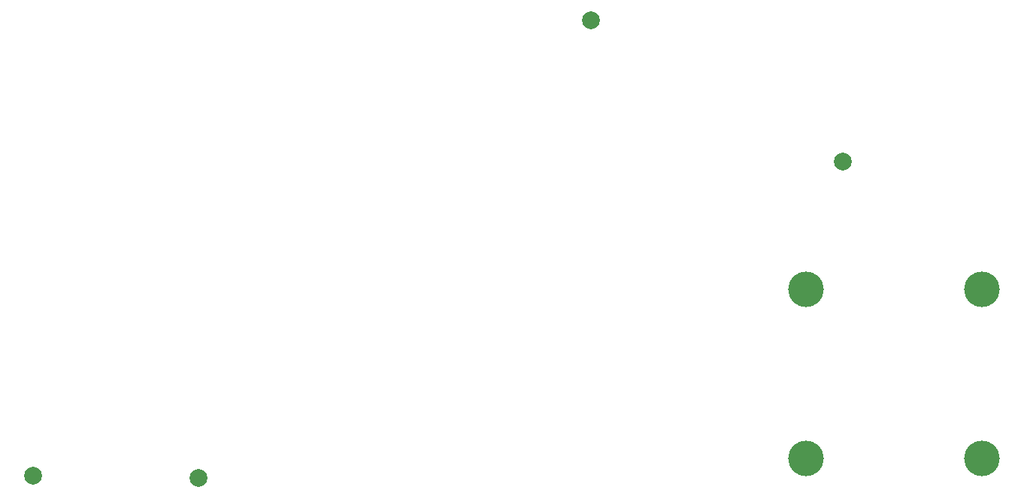
<source format=gbr>
%TF.GenerationSoftware,KiCad,Pcbnew,(6.0.9)*%
%TF.CreationDate,2023-04-14T20:57:21-04:00*%
%TF.ProjectId,rrc_pcb2,7272635f-7063-4623-922e-6b696361645f,rev?*%
%TF.SameCoordinates,Original*%
%TF.FileFunction,NonPlated,1,2,NPTH,Drill*%
%TF.FilePolarity,Positive*%
%FSLAX46Y46*%
G04 Gerber Fmt 4.6, Leading zero omitted, Abs format (unit mm)*
G04 Created by KiCad (PCBNEW (6.0.9)) date 2023-04-14 20:57:21*
%MOMM*%
%LPD*%
G01*
G04 APERTURE LIST*
%TA.AperFunction,ComponentDrill*%
%ADD10C,2.000000*%
%TD*%
%TA.AperFunction,ComponentDrill*%
%ADD11C,4.000000*%
%TD*%
G04 APERTURE END LIST*
D10*
%TO.C,U3*%
X66836328Y-77574650D03*
X85416876Y-77829556D03*
%TO.C,U7*%
X129623223Y-26235000D03*
X157960000Y-42155000D03*
D11*
%TO.C,U4*%
X153815516Y-56512137D03*
X153815516Y-75562137D03*
X173700612Y-56512137D03*
X173700612Y-75562137D03*
M02*

</source>
